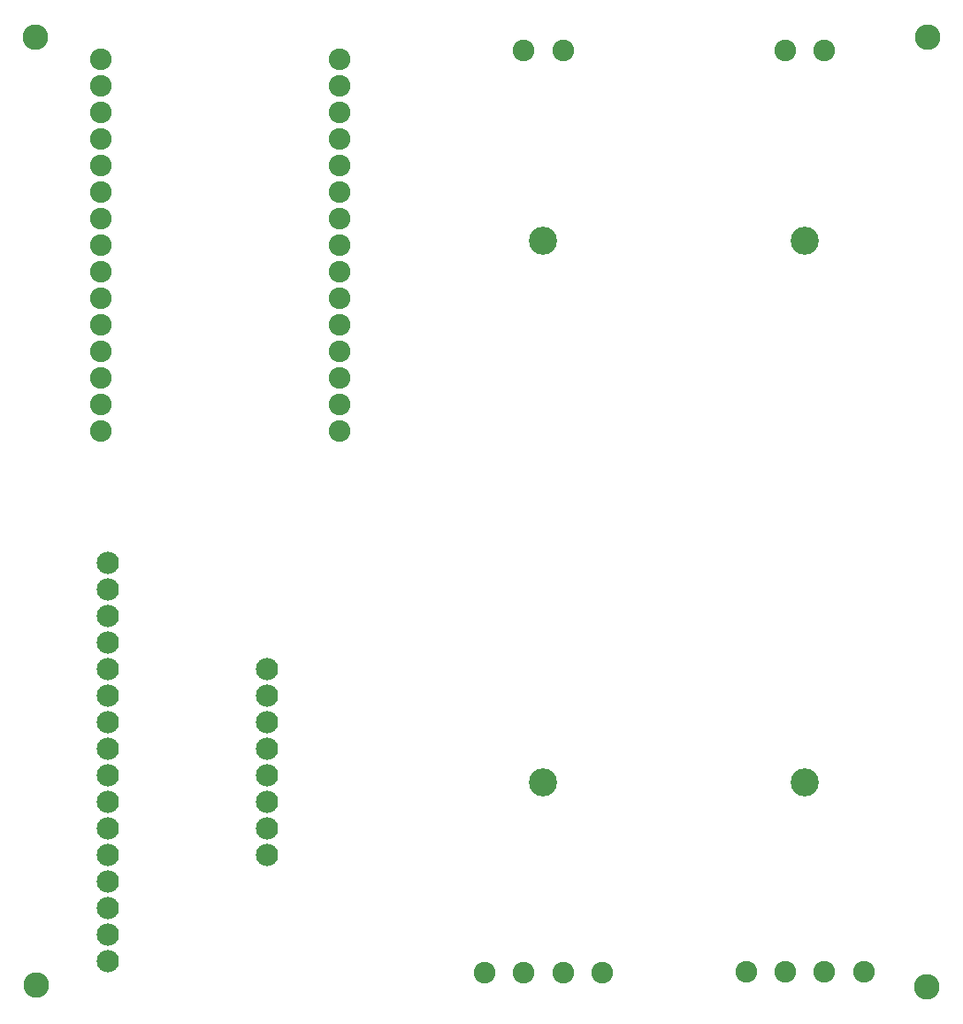
<source format=gbs>
G04 MADE WITH FRITZING*
G04 WWW.FRITZING.ORG*
G04 DOUBLE SIDED*
G04 HOLES PLATED*
G04 CONTOUR ON CENTER OF CONTOUR VECTOR*
%ASAXBY*%
%FSLAX23Y23*%
%MOIN*%
%OFA0B0*%
%SFA1.0B1.0*%
%ADD10C,0.081654*%
%ADD11C,0.106063*%
%ADD12C,0.084000*%
%ADD13C,0.096614*%
%LNMASK0*%
G90*
G70*
G54D10*
X373Y3628D03*
X373Y3528D03*
X373Y3428D03*
X373Y3328D03*
X373Y3228D03*
X373Y3128D03*
X373Y3028D03*
X373Y2928D03*
X373Y2828D03*
X373Y2728D03*
X373Y2628D03*
X373Y2528D03*
X373Y2428D03*
X373Y2328D03*
X373Y2228D03*
X1273Y3628D03*
X1273Y3528D03*
X1273Y3428D03*
X1273Y3328D03*
X1273Y3228D03*
X1273Y3128D03*
X1273Y3028D03*
X1273Y2928D03*
X1273Y2828D03*
X1273Y2728D03*
X1273Y2628D03*
X1273Y2528D03*
X1273Y2428D03*
X1273Y2328D03*
X1273Y2228D03*
X1819Y189D03*
X1967Y189D03*
X2115Y189D03*
X2262Y189D03*
X1967Y3662D03*
X2115Y3662D03*
G54D11*
X2041Y906D03*
X2041Y2945D03*
G54D10*
X2806Y190D03*
X2954Y190D03*
X3101Y190D03*
X3249Y190D03*
X2954Y3662D03*
X3101Y3662D03*
G54D11*
X3027Y906D03*
X3027Y2946D03*
G54D12*
X400Y230D03*
X400Y330D03*
X400Y430D03*
X400Y530D03*
X400Y630D03*
X400Y730D03*
X400Y830D03*
X400Y930D03*
X400Y1030D03*
X400Y1130D03*
X400Y1230D03*
X400Y1330D03*
X400Y1430D03*
X400Y1530D03*
X400Y1630D03*
X400Y1730D03*
X1000Y630D03*
X1000Y730D03*
X1000Y830D03*
X1000Y930D03*
X1000Y1030D03*
X1000Y1130D03*
X1000Y1230D03*
X1000Y1330D03*
G54D13*
X3490Y3711D03*
X129Y141D03*
X3487Y135D03*
X128Y3710D03*
G04 End of Mask0*
M02*
</source>
